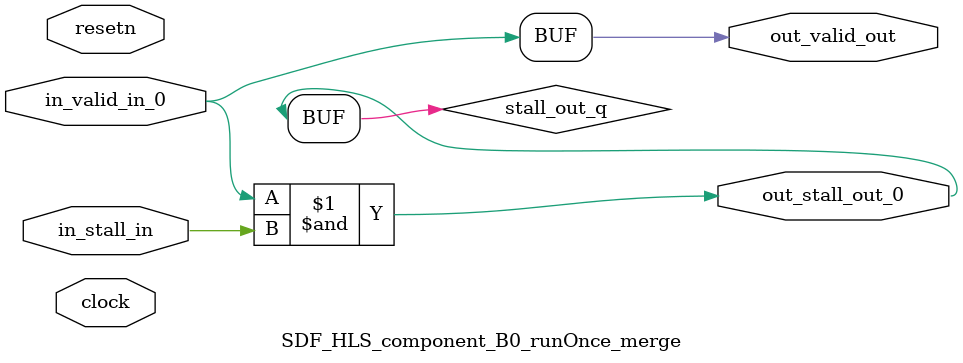
<source format=sv>



(* altera_attribute = "-name AUTO_SHIFT_REGISTER_RECOGNITION OFF; -name MESSAGE_DISABLE 10036; -name MESSAGE_DISABLE 10037; -name MESSAGE_DISABLE 14130; -name MESSAGE_DISABLE 14320; -name MESSAGE_DISABLE 15400; -name MESSAGE_DISABLE 14130; -name MESSAGE_DISABLE 10036; -name MESSAGE_DISABLE 12020; -name MESSAGE_DISABLE 12030; -name MESSAGE_DISABLE 12010; -name MESSAGE_DISABLE 12110; -name MESSAGE_DISABLE 14320; -name MESSAGE_DISABLE 13410; -name MESSAGE_DISABLE 113007; -name MESSAGE_DISABLE 10958" *)
module SDF_HLS_component_B0_runOnce_merge (
    input wire [0:0] in_stall_in,
    input wire [0:0] in_valid_in_0,
    output wire [0:0] out_stall_out_0,
    output wire [0:0] out_valid_out,
    input wire clock,
    input wire resetn
    );

    wire [0:0] stall_out_q;


    // stall_out(LOGICAL,6)
    assign stall_out_q = in_valid_in_0 & in_stall_in;

    // out_stall_out_0(GPOUT,4)
    assign out_stall_out_0 = stall_out_q;

    // out_valid_out(GPOUT,5)
    assign out_valid_out = in_valid_in_0;

endmodule

</source>
